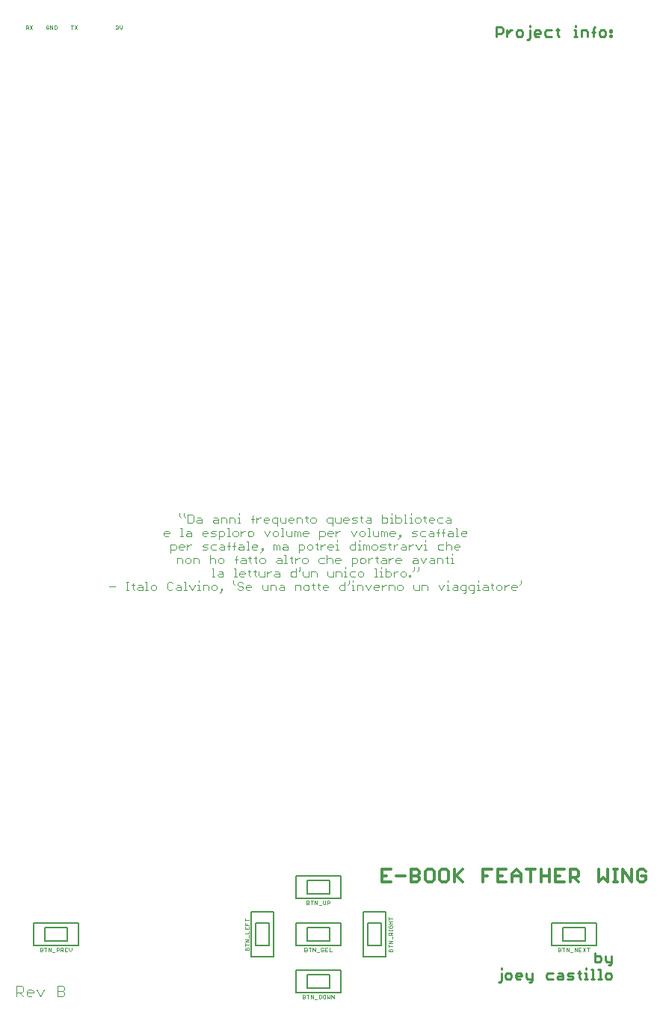
<source format=gbr>
G04 EAGLE Gerber X2 export*
%TF.Part,Single*%
%TF.FileFunction,Legend,Top,1*%
%TF.FilePolarity,Positive*%
%TF.GenerationSoftware,Autodesk,EAGLE,9.1.0*%
%TF.CreationDate,2019-10-14T18:10:00Z*%
G75*
%MOMM*%
%FSLAX34Y34*%
%LPD*%
%AMOC8*
5,1,8,0,0,1.08239X$1,22.5*%
G01*
%ADD10C,0.101600*%
%ADD11C,0.330200*%
%ADD12C,0.228600*%
%ADD13C,0.076200*%
%ADD14C,0.127000*%


D10*
X370418Y5588D02*
X370418Y9655D01*
X372451Y9655D01*
X373129Y8978D01*
X373129Y8300D01*
X372451Y7622D01*
X373129Y6944D01*
X373129Y6266D01*
X372451Y5588D01*
X370418Y5588D01*
X370418Y7622D02*
X372451Y7622D01*
X376451Y9655D02*
X376451Y5588D01*
X375095Y9655D02*
X377807Y9655D01*
X379773Y9655D02*
X379773Y5588D01*
X382484Y5588D02*
X379773Y9655D01*
X382484Y9655D02*
X382484Y5588D01*
X384450Y4910D02*
X387162Y4910D01*
X389128Y5588D02*
X389128Y9655D01*
X389128Y5588D02*
X391162Y5588D01*
X391840Y6266D01*
X391840Y8978D01*
X391162Y9655D01*
X389128Y9655D01*
X394484Y9655D02*
X395839Y9655D01*
X394484Y9655D02*
X393806Y8978D01*
X393806Y6266D01*
X394484Y5588D01*
X395839Y5588D01*
X396517Y6266D01*
X396517Y8978D01*
X395839Y9655D01*
X398483Y9655D02*
X398483Y5588D01*
X399839Y6944D01*
X401195Y5588D01*
X401195Y9655D01*
X403161Y9655D02*
X403161Y5588D01*
X405872Y5588D02*
X403161Y9655D01*
X405872Y9655D02*
X405872Y5588D01*
X372756Y58928D02*
X372756Y62995D01*
X374790Y62995D01*
X375468Y62318D01*
X375468Y61640D01*
X374790Y60962D01*
X375468Y60284D01*
X375468Y59606D01*
X374790Y58928D01*
X372756Y58928D01*
X372756Y60962D02*
X374790Y60962D01*
X378790Y62995D02*
X378790Y58928D01*
X377434Y62995D02*
X380146Y62995D01*
X382112Y62995D02*
X382112Y58928D01*
X384823Y58928D02*
X382112Y62995D01*
X384823Y62995D02*
X384823Y58928D01*
X386789Y58250D02*
X389501Y58250D01*
X394178Y62318D02*
X393501Y62995D01*
X392145Y62995D01*
X391467Y62318D01*
X391467Y61640D01*
X392145Y60962D01*
X393501Y60962D01*
X394178Y60284D01*
X394178Y59606D01*
X393501Y58928D01*
X392145Y58928D01*
X391467Y59606D01*
X396144Y62995D02*
X398856Y62995D01*
X396144Y62995D02*
X396144Y58928D01*
X398856Y58928D01*
X397500Y60962D02*
X396144Y60962D01*
X400822Y62995D02*
X400822Y58928D01*
X403534Y58928D01*
X375095Y112268D02*
X375095Y116335D01*
X377129Y116335D01*
X377807Y115658D01*
X377807Y114980D01*
X377129Y114302D01*
X377807Y113624D01*
X377807Y112946D01*
X377129Y112268D01*
X375095Y112268D01*
X375095Y114302D02*
X377129Y114302D01*
X381129Y116335D02*
X381129Y112268D01*
X382484Y116335D02*
X379773Y116335D01*
X384450Y116335D02*
X384450Y112268D01*
X387162Y112268D02*
X384450Y116335D01*
X387162Y116335D02*
X387162Y112268D01*
X389128Y111590D02*
X391840Y111590D01*
X393806Y112946D02*
X393806Y116335D01*
X393806Y112946D02*
X394484Y112268D01*
X395839Y112268D01*
X396517Y112946D01*
X396517Y116335D01*
X398483Y116335D02*
X398483Y112268D01*
X398483Y116335D02*
X400517Y116335D01*
X401195Y115658D01*
X401195Y114302D01*
X400517Y113624D01*
X398483Y113624D01*
X659978Y62995D02*
X659978Y58928D01*
X659978Y62995D02*
X662011Y62995D01*
X662689Y62318D01*
X662689Y61640D01*
X662011Y60962D01*
X662689Y60284D01*
X662689Y59606D01*
X662011Y58928D01*
X659978Y58928D01*
X659978Y60962D02*
X662011Y60962D01*
X666011Y62995D02*
X666011Y58928D01*
X664655Y62995D02*
X667367Y62995D01*
X669333Y62995D02*
X669333Y58928D01*
X672044Y58928D02*
X669333Y62995D01*
X672044Y62995D02*
X672044Y58928D01*
X674010Y58250D02*
X676722Y58250D01*
X678688Y58928D02*
X678688Y62995D01*
X681400Y58928D01*
X681400Y62995D01*
X683366Y62995D02*
X686077Y62995D01*
X683366Y62995D02*
X683366Y58928D01*
X686077Y58928D01*
X684721Y60962D02*
X683366Y60962D01*
X688043Y62995D02*
X690755Y58928D01*
X688043Y58928D02*
X690755Y62995D01*
X694077Y62995D02*
X694077Y58928D01*
X695432Y62995D02*
X692721Y62995D01*
D11*
X470248Y152031D02*
X460588Y152031D01*
X460588Y137541D01*
X470248Y137541D01*
X465418Y144786D02*
X460588Y144786D01*
X476960Y144786D02*
X486620Y144786D01*
X493331Y137541D02*
X493331Y152031D01*
X500576Y152031D01*
X502991Y149616D01*
X502991Y147201D01*
X500576Y144786D01*
X502991Y142371D01*
X502991Y139956D01*
X500576Y137541D01*
X493331Y137541D01*
X493331Y144786D02*
X500576Y144786D01*
X512118Y152031D02*
X516948Y152031D01*
X512118Y152031D02*
X509703Y149616D01*
X509703Y139956D01*
X512118Y137541D01*
X516948Y137541D01*
X519363Y139956D01*
X519363Y149616D01*
X516948Y152031D01*
X528489Y152031D02*
X533319Y152031D01*
X528489Y152031D02*
X526074Y149616D01*
X526074Y139956D01*
X528489Y137541D01*
X533319Y137541D01*
X535734Y139956D01*
X535734Y149616D01*
X533319Y152031D01*
X542446Y152031D02*
X542446Y137541D01*
X542446Y142371D02*
X552106Y152031D01*
X544861Y144786D02*
X552106Y137541D01*
X575189Y137541D02*
X575189Y152031D01*
X584849Y152031D01*
X580019Y144786D02*
X575189Y144786D01*
X591560Y152031D02*
X601221Y152031D01*
X591560Y152031D02*
X591560Y137541D01*
X601221Y137541D01*
X596391Y144786D02*
X591560Y144786D01*
X607932Y147201D02*
X607932Y137541D01*
X607932Y147201D02*
X612762Y152031D01*
X617592Y147201D01*
X617592Y137541D01*
X617592Y144786D02*
X607932Y144786D01*
X629134Y137541D02*
X629134Y152031D01*
X624304Y152031D02*
X633964Y152031D01*
X640675Y152031D02*
X640675Y137541D01*
X640675Y144786D02*
X650335Y144786D01*
X650335Y152031D02*
X650335Y137541D01*
X657047Y152031D02*
X666707Y152031D01*
X657047Y152031D02*
X657047Y137541D01*
X666707Y137541D01*
X661877Y144786D02*
X657047Y144786D01*
X673418Y137541D02*
X673418Y152031D01*
X680663Y152031D01*
X683079Y149616D01*
X683079Y144786D01*
X680663Y142371D01*
X673418Y142371D01*
X678248Y142371D02*
X683079Y137541D01*
X706161Y137541D02*
X706161Y152031D01*
X710992Y142371D02*
X706161Y137541D01*
X710992Y142371D02*
X715822Y137541D01*
X715822Y152031D01*
X722533Y137541D02*
X727363Y137541D01*
X724948Y137541D02*
X724948Y152031D01*
X722533Y152031D02*
X727363Y152031D01*
X733447Y152031D02*
X733447Y137541D01*
X743108Y137541D02*
X733447Y152031D01*
X743108Y152031D02*
X743108Y137541D01*
X757064Y152031D02*
X759479Y149616D01*
X757064Y152031D02*
X752234Y152031D01*
X749819Y149616D01*
X749819Y139956D01*
X752234Y137541D01*
X757064Y137541D01*
X759479Y139956D01*
X759479Y144786D01*
X754649Y144786D01*
D12*
X701655Y57286D02*
X701655Y46863D01*
X706866Y46863D01*
X708604Y48600D01*
X708604Y52074D01*
X706866Y53812D01*
X701655Y53812D01*
X713349Y53812D02*
X713349Y48600D01*
X715086Y46863D01*
X720298Y46863D01*
X720298Y45126D02*
X720298Y53812D01*
X720298Y45126D02*
X718560Y43389D01*
X716823Y43389D01*
X594248Y24339D02*
X592511Y24339D01*
X594248Y24339D02*
X595985Y26076D01*
X595985Y34762D01*
X595985Y38236D02*
X595985Y39973D01*
X602044Y27813D02*
X605518Y27813D01*
X607256Y29550D01*
X607256Y33024D01*
X605518Y34762D01*
X602044Y34762D01*
X600307Y33024D01*
X600307Y29550D01*
X602044Y27813D01*
X613738Y27813D02*
X617212Y27813D01*
X613738Y27813D02*
X612001Y29550D01*
X612001Y33024D01*
X613738Y34762D01*
X617212Y34762D01*
X618950Y33024D01*
X618950Y31287D01*
X612001Y31287D01*
X623695Y29550D02*
X623695Y34762D01*
X623695Y29550D02*
X625432Y27813D01*
X630644Y27813D01*
X630644Y26076D02*
X630644Y34762D01*
X630644Y26076D02*
X628906Y24339D01*
X627169Y24339D01*
X648820Y34762D02*
X654032Y34762D01*
X648820Y34762D02*
X647083Y33024D01*
X647083Y29550D01*
X648820Y27813D01*
X654032Y27813D01*
X660514Y34762D02*
X663988Y34762D01*
X665725Y33024D01*
X665725Y27813D01*
X660514Y27813D01*
X658777Y29550D01*
X660514Y31287D01*
X665725Y31287D01*
X670471Y27813D02*
X675682Y27813D01*
X677419Y29550D01*
X675682Y31287D01*
X672208Y31287D01*
X670471Y33024D01*
X672208Y34762D01*
X677419Y34762D01*
X683902Y36499D02*
X683902Y29550D01*
X685639Y27813D01*
X685639Y34762D02*
X682165Y34762D01*
X689961Y34762D02*
X691698Y34762D01*
X691698Y27813D01*
X689961Y27813D02*
X693435Y27813D01*
X691698Y38236D02*
X691698Y39973D01*
X697757Y38236D02*
X699494Y38236D01*
X699494Y27813D01*
X697757Y27813D02*
X701231Y27813D01*
X705553Y38236D02*
X707290Y38236D01*
X707290Y27813D01*
X705553Y27813D02*
X709027Y27813D01*
X715086Y27813D02*
X718560Y27813D01*
X720297Y29550D01*
X720297Y33024D01*
X718560Y34762D01*
X715086Y34762D01*
X713349Y33024D01*
X713349Y29550D01*
X715086Y27813D01*
D10*
X73238Y58928D02*
X73238Y62995D01*
X75271Y62995D01*
X75949Y62318D01*
X75949Y61640D01*
X75271Y60962D01*
X75949Y60284D01*
X75949Y59606D01*
X75271Y58928D01*
X73238Y58928D01*
X73238Y60962D02*
X75271Y60962D01*
X79271Y62995D02*
X79271Y58928D01*
X77915Y62995D02*
X80627Y62995D01*
X82593Y62995D02*
X82593Y58928D01*
X85304Y58928D02*
X82593Y62995D01*
X85304Y62995D02*
X85304Y58928D01*
X87270Y58250D02*
X89982Y58250D01*
X91948Y58928D02*
X91948Y62995D01*
X93982Y62995D01*
X94660Y62318D01*
X94660Y60962D01*
X93982Y60284D01*
X91948Y60284D01*
X96626Y58928D02*
X96626Y62995D01*
X98659Y62995D01*
X99337Y62318D01*
X99337Y60962D01*
X98659Y60284D01*
X96626Y60284D01*
X97981Y60284D02*
X99337Y58928D01*
X101303Y62995D02*
X104015Y62995D01*
X101303Y62995D02*
X101303Y58928D01*
X104015Y58928D01*
X102659Y60962D02*
X101303Y60962D01*
X105981Y60284D02*
X105981Y62995D01*
X105981Y60284D02*
X107337Y58928D01*
X108692Y60284D01*
X108692Y62995D01*
X467865Y58978D02*
X471932Y58978D01*
X467865Y58978D02*
X467865Y61012D01*
X468542Y61690D01*
X469220Y61690D01*
X469898Y61012D01*
X470576Y61690D01*
X471254Y61690D01*
X471932Y61012D01*
X471932Y58978D01*
X469898Y58978D02*
X469898Y61012D01*
X467865Y65012D02*
X471932Y65012D01*
X467865Y63656D02*
X467865Y66368D01*
X467865Y68334D02*
X471932Y68334D01*
X471932Y71045D02*
X467865Y68334D01*
X467865Y71045D02*
X471932Y71045D01*
X472610Y73011D02*
X472610Y75723D01*
X471932Y77689D02*
X467865Y77689D01*
X467865Y79723D01*
X468542Y80400D01*
X469898Y80400D01*
X470576Y79723D01*
X470576Y77689D01*
X470576Y79045D02*
X471932Y80400D01*
X471932Y82366D02*
X471932Y83722D01*
X471932Y83044D02*
X467865Y83044D01*
X467865Y82366D02*
X467865Y83722D01*
X467865Y87519D02*
X468542Y88196D01*
X467865Y87519D02*
X467865Y86163D01*
X468542Y85485D01*
X471254Y85485D01*
X471932Y86163D01*
X471932Y87519D01*
X471254Y88196D01*
X469898Y88196D01*
X469898Y86841D01*
X467865Y90162D02*
X471932Y90162D01*
X469898Y90162D02*
X469898Y92874D01*
X467865Y92874D02*
X471932Y92874D01*
X471932Y96196D02*
X467865Y96196D01*
X467865Y94840D02*
X467865Y97552D01*
X309372Y60538D02*
X305305Y60538D01*
X305305Y62571D01*
X305982Y63249D01*
X306660Y63249D01*
X307338Y62571D01*
X308016Y63249D01*
X308694Y63249D01*
X309372Y62571D01*
X309372Y60538D01*
X307338Y60538D02*
X307338Y62571D01*
X305305Y66571D02*
X309372Y66571D01*
X305305Y65215D02*
X305305Y67927D01*
X305305Y69893D02*
X309372Y69893D01*
X309372Y72604D02*
X305305Y69893D01*
X305305Y72604D02*
X309372Y72604D01*
X310050Y74570D02*
X310050Y77282D01*
X309372Y79248D02*
X305305Y79248D01*
X309372Y79248D02*
X309372Y81960D01*
X305305Y83926D02*
X305305Y86637D01*
X305305Y83926D02*
X309372Y83926D01*
X309372Y86637D01*
X307338Y85281D02*
X307338Y83926D01*
X305305Y88603D02*
X309372Y88603D01*
X305305Y88603D02*
X305305Y91315D01*
X307338Y89959D02*
X307338Y88603D01*
X309372Y94637D02*
X305305Y94637D01*
X305305Y95992D02*
X305305Y93281D01*
D13*
X231321Y551779D02*
X231321Y554915D01*
X231321Y551779D02*
X232888Y550212D01*
X235998Y551779D02*
X235998Y554915D01*
X235998Y551779D02*
X237566Y550212D01*
X240676Y553347D02*
X240676Y543941D01*
X245379Y543941D01*
X246947Y545509D01*
X246947Y551779D01*
X245379Y553347D01*
X240676Y553347D01*
X251599Y550212D02*
X254734Y550212D01*
X256302Y548644D01*
X256302Y543941D01*
X251599Y543941D01*
X250031Y545509D01*
X251599Y547076D01*
X256302Y547076D01*
X270309Y550212D02*
X273444Y550212D01*
X275012Y548644D01*
X275012Y543941D01*
X270309Y543941D01*
X268741Y545509D01*
X270309Y547076D01*
X275012Y547076D01*
X278097Y543941D02*
X278097Y550212D01*
X282800Y550212D01*
X284367Y548644D01*
X284367Y543941D01*
X287452Y543941D02*
X287452Y550212D01*
X292155Y550212D01*
X293723Y548644D01*
X293723Y543941D01*
X296807Y550212D02*
X298375Y550212D01*
X298375Y543941D01*
X299942Y543941D02*
X296807Y543941D01*
X298375Y553347D02*
X298375Y554915D01*
X313967Y551779D02*
X313967Y543941D01*
X313967Y551779D02*
X315534Y553347D01*
X315534Y548644D02*
X312399Y548644D01*
X318636Y550212D02*
X318636Y543941D01*
X318636Y547076D02*
X321771Y550212D01*
X323339Y550212D01*
X327999Y543941D02*
X331135Y543941D01*
X327999Y543941D02*
X326432Y545509D01*
X326432Y548644D01*
X327999Y550212D01*
X331135Y550212D01*
X332702Y548644D01*
X332702Y547076D01*
X326432Y547076D01*
X342058Y550212D02*
X342058Y540806D01*
X342058Y550212D02*
X337355Y550212D01*
X335787Y548644D01*
X335787Y545509D01*
X337355Y543941D01*
X342058Y543941D01*
X345142Y545509D02*
X345142Y550212D01*
X345142Y545509D02*
X346710Y543941D01*
X351413Y543941D01*
X351413Y550212D01*
X356065Y543941D02*
X359200Y543941D01*
X356065Y543941D02*
X354497Y545509D01*
X354497Y548644D01*
X356065Y550212D01*
X359200Y550212D01*
X360768Y548644D01*
X360768Y547076D01*
X354497Y547076D01*
X363852Y543941D02*
X363852Y550212D01*
X368555Y550212D01*
X370123Y548644D01*
X370123Y543941D01*
X374775Y545509D02*
X374775Y551779D01*
X374775Y545509D02*
X376343Y543941D01*
X376343Y550212D02*
X373208Y550212D01*
X381012Y543941D02*
X384147Y543941D01*
X385715Y545509D01*
X385715Y548644D01*
X384147Y550212D01*
X381012Y550212D01*
X379444Y548644D01*
X379444Y545509D01*
X381012Y543941D01*
X404426Y540806D02*
X404426Y550212D01*
X399722Y550212D01*
X398155Y548644D01*
X398155Y545509D01*
X399722Y543941D01*
X404426Y543941D01*
X407510Y545509D02*
X407510Y550212D01*
X407510Y545509D02*
X409078Y543941D01*
X413781Y543941D01*
X413781Y550212D01*
X418433Y543941D02*
X421568Y543941D01*
X418433Y543941D02*
X416865Y545509D01*
X416865Y548644D01*
X418433Y550212D01*
X421568Y550212D01*
X423136Y548644D01*
X423136Y547076D01*
X416865Y547076D01*
X426220Y543941D02*
X430923Y543941D01*
X432491Y545509D01*
X430923Y547076D01*
X427788Y547076D01*
X426220Y548644D01*
X427788Y550212D01*
X432491Y550212D01*
X437143Y551779D02*
X437143Y545509D01*
X438711Y543941D01*
X438711Y550212D02*
X435576Y550212D01*
X443380Y550212D02*
X446515Y550212D01*
X448083Y548644D01*
X448083Y543941D01*
X443380Y543941D01*
X441812Y545509D01*
X443380Y547076D01*
X448083Y547076D01*
X460523Y543941D02*
X460523Y553347D01*
X460523Y543941D02*
X465226Y543941D01*
X466793Y545509D01*
X466793Y548644D01*
X465226Y550212D01*
X460523Y550212D01*
X469878Y550212D02*
X471446Y550212D01*
X471446Y543941D01*
X473013Y543941D02*
X469878Y543941D01*
X471446Y553347D02*
X471446Y554915D01*
X476115Y553347D02*
X476115Y543941D01*
X480818Y543941D01*
X482385Y545509D01*
X482385Y548644D01*
X480818Y550212D01*
X476115Y550212D01*
X485470Y553347D02*
X487038Y553347D01*
X487038Y543941D01*
X488605Y543941D02*
X485470Y543941D01*
X491707Y550212D02*
X493274Y550212D01*
X493274Y543941D01*
X491707Y543941D02*
X494842Y543941D01*
X493274Y553347D02*
X493274Y554915D01*
X499511Y543941D02*
X502646Y543941D01*
X504214Y545509D01*
X504214Y548644D01*
X502646Y550212D01*
X499511Y550212D01*
X497943Y548644D01*
X497943Y545509D01*
X499511Y543941D01*
X508866Y545509D02*
X508866Y551779D01*
X508866Y545509D02*
X510434Y543941D01*
X510434Y550212D02*
X507299Y550212D01*
X515103Y543941D02*
X518238Y543941D01*
X515103Y543941D02*
X513535Y545509D01*
X513535Y548644D01*
X515103Y550212D01*
X518238Y550212D01*
X519806Y548644D01*
X519806Y547076D01*
X513535Y547076D01*
X524458Y550212D02*
X529161Y550212D01*
X524458Y550212D02*
X522891Y548644D01*
X522891Y545509D01*
X524458Y543941D01*
X529161Y543941D01*
X533813Y550212D02*
X536949Y550212D01*
X538516Y548644D01*
X538516Y543941D01*
X533813Y543941D01*
X532246Y545509D01*
X533813Y547076D01*
X538516Y547076D01*
X218093Y528701D02*
X214958Y528701D01*
X213390Y530269D01*
X213390Y533404D01*
X214958Y534972D01*
X218093Y534972D01*
X219661Y533404D01*
X219661Y531836D01*
X213390Y531836D01*
X232100Y538107D02*
X233668Y538107D01*
X233668Y528701D01*
X232100Y528701D02*
X235236Y528701D01*
X239905Y534972D02*
X243040Y534972D01*
X244608Y533404D01*
X244608Y528701D01*
X239905Y528701D01*
X238337Y530269D01*
X239905Y531836D01*
X244608Y531836D01*
X258615Y528701D02*
X261750Y528701D01*
X258615Y528701D02*
X257047Y530269D01*
X257047Y533404D01*
X258615Y534972D01*
X261750Y534972D01*
X263318Y533404D01*
X263318Y531836D01*
X257047Y531836D01*
X266403Y528701D02*
X271106Y528701D01*
X272673Y530269D01*
X271106Y531836D01*
X267970Y531836D01*
X266403Y533404D01*
X267970Y534972D01*
X272673Y534972D01*
X275758Y534972D02*
X275758Y525566D01*
X275758Y534972D02*
X280461Y534972D01*
X282029Y533404D01*
X282029Y530269D01*
X280461Y528701D01*
X275758Y528701D01*
X285113Y538107D02*
X286681Y538107D01*
X286681Y528701D01*
X288248Y528701D02*
X285113Y528701D01*
X292917Y528701D02*
X296053Y528701D01*
X297620Y530269D01*
X297620Y533404D01*
X296053Y534972D01*
X292917Y534972D01*
X291350Y533404D01*
X291350Y530269D01*
X292917Y528701D01*
X300705Y528701D02*
X300705Y534972D01*
X303840Y534972D02*
X300705Y531836D01*
X303840Y534972D02*
X305408Y534972D01*
X310069Y528701D02*
X313204Y528701D01*
X314772Y530269D01*
X314772Y533404D01*
X313204Y534972D01*
X310069Y534972D01*
X308501Y533404D01*
X308501Y530269D01*
X310069Y528701D01*
X327211Y534972D02*
X330347Y528701D01*
X333482Y534972D01*
X338134Y528701D02*
X341270Y528701D01*
X342837Y530269D01*
X342837Y533404D01*
X341270Y534972D01*
X338134Y534972D01*
X336567Y533404D01*
X336567Y530269D01*
X338134Y528701D01*
X345922Y538107D02*
X347489Y538107D01*
X347489Y528701D01*
X345922Y528701D02*
X349057Y528701D01*
X352158Y530269D02*
X352158Y534972D01*
X352158Y530269D02*
X353726Y528701D01*
X358429Y528701D01*
X358429Y534972D01*
X361514Y534972D02*
X361514Y528701D01*
X361514Y534972D02*
X363081Y534972D01*
X364649Y533404D01*
X364649Y528701D01*
X364649Y533404D02*
X366217Y534972D01*
X367784Y533404D01*
X367784Y528701D01*
X372437Y528701D02*
X375572Y528701D01*
X372437Y528701D02*
X370869Y530269D01*
X370869Y533404D01*
X372437Y534972D01*
X375572Y534972D01*
X377140Y533404D01*
X377140Y531836D01*
X370869Y531836D01*
X389579Y534972D02*
X389579Y525566D01*
X389579Y534972D02*
X394282Y534972D01*
X395850Y533404D01*
X395850Y530269D01*
X394282Y528701D01*
X389579Y528701D01*
X400502Y528701D02*
X403637Y528701D01*
X400502Y528701D02*
X398934Y530269D01*
X398934Y533404D01*
X400502Y534972D01*
X403637Y534972D01*
X405205Y533404D01*
X405205Y531836D01*
X398934Y531836D01*
X408290Y528701D02*
X408290Y534972D01*
X411425Y534972D02*
X408290Y531836D01*
X411425Y534972D02*
X412993Y534972D01*
X425441Y534972D02*
X428576Y528701D01*
X431711Y534972D01*
X436364Y528701D02*
X439499Y528701D01*
X441067Y530269D01*
X441067Y533404D01*
X439499Y534972D01*
X436364Y534972D01*
X434796Y533404D01*
X434796Y530269D01*
X436364Y528701D01*
X444151Y538107D02*
X445719Y538107D01*
X445719Y528701D01*
X447286Y528701D02*
X444151Y528701D01*
X450388Y530269D02*
X450388Y534972D01*
X450388Y530269D02*
X451956Y528701D01*
X456659Y528701D01*
X456659Y534972D01*
X459743Y534972D02*
X459743Y528701D01*
X459743Y534972D02*
X461311Y534972D01*
X462878Y533404D01*
X462878Y528701D01*
X462878Y533404D02*
X464446Y534972D01*
X466014Y533404D01*
X466014Y528701D01*
X470666Y528701D02*
X473801Y528701D01*
X470666Y528701D02*
X469098Y530269D01*
X469098Y533404D01*
X470666Y534972D01*
X473801Y534972D01*
X475369Y533404D01*
X475369Y531836D01*
X469098Y531836D01*
X478453Y525566D02*
X481589Y528701D01*
X481589Y530269D01*
X480021Y530269D01*
X480021Y528701D01*
X481589Y528701D01*
X494045Y528701D02*
X498748Y528701D01*
X500316Y530269D01*
X498748Y531836D01*
X495613Y531836D01*
X494045Y533404D01*
X495613Y534972D01*
X500316Y534972D01*
X504968Y534972D02*
X509671Y534972D01*
X504968Y534972D02*
X503401Y533404D01*
X503401Y530269D01*
X504968Y528701D01*
X509671Y528701D01*
X514323Y534972D02*
X517459Y534972D01*
X519027Y533404D01*
X519027Y528701D01*
X514323Y528701D01*
X512756Y530269D01*
X514323Y531836D01*
X519027Y531836D01*
X523679Y528701D02*
X523679Y536539D01*
X525246Y538107D01*
X525246Y533404D02*
X522111Y533404D01*
X529915Y536539D02*
X529915Y528701D01*
X529915Y536539D02*
X531483Y538107D01*
X531483Y533404D02*
X528348Y533404D01*
X536152Y534972D02*
X539288Y534972D01*
X540855Y533404D01*
X540855Y528701D01*
X536152Y528701D01*
X534585Y530269D01*
X536152Y531836D01*
X540855Y531836D01*
X543940Y538107D02*
X545507Y538107D01*
X545507Y528701D01*
X543940Y528701D02*
X547075Y528701D01*
X551744Y528701D02*
X554880Y528701D01*
X551744Y528701D02*
X550177Y530269D01*
X550177Y533404D01*
X551744Y534972D01*
X554880Y534972D01*
X556447Y533404D01*
X556447Y531836D01*
X550177Y531836D01*
X221186Y519732D02*
X221186Y510326D01*
X221186Y519732D02*
X225889Y519732D01*
X227457Y518164D01*
X227457Y515029D01*
X225889Y513461D01*
X221186Y513461D01*
X232109Y513461D02*
X235244Y513461D01*
X232109Y513461D02*
X230541Y515029D01*
X230541Y518164D01*
X232109Y519732D01*
X235244Y519732D01*
X236812Y518164D01*
X236812Y516596D01*
X230541Y516596D01*
X239896Y513461D02*
X239896Y519732D01*
X239896Y516596D02*
X243032Y519732D01*
X244599Y519732D01*
X257047Y513461D02*
X261750Y513461D01*
X263318Y515029D01*
X261750Y516596D01*
X258615Y516596D01*
X257047Y518164D01*
X258615Y519732D01*
X263318Y519732D01*
X267970Y519732D02*
X272673Y519732D01*
X267970Y519732D02*
X266403Y518164D01*
X266403Y515029D01*
X267970Y513461D01*
X272673Y513461D01*
X277325Y519732D02*
X280461Y519732D01*
X282028Y518164D01*
X282028Y513461D01*
X277325Y513461D01*
X275758Y515029D01*
X277325Y516596D01*
X282028Y516596D01*
X286681Y513461D02*
X286681Y521299D01*
X288248Y522867D01*
X288248Y518164D02*
X285113Y518164D01*
X292917Y521299D02*
X292917Y513461D01*
X292917Y521299D02*
X294485Y522867D01*
X294485Y518164D02*
X291350Y518164D01*
X299154Y519732D02*
X302290Y519732D01*
X303857Y518164D01*
X303857Y513461D01*
X299154Y513461D01*
X297587Y515029D01*
X299154Y516596D01*
X303857Y516596D01*
X306942Y522867D02*
X308509Y522867D01*
X308509Y513461D01*
X306942Y513461D02*
X310077Y513461D01*
X314746Y513461D02*
X317882Y513461D01*
X314746Y513461D02*
X313179Y515029D01*
X313179Y518164D01*
X314746Y519732D01*
X317882Y519732D01*
X319449Y518164D01*
X319449Y516596D01*
X313179Y516596D01*
X322534Y510326D02*
X325669Y513461D01*
X325669Y515029D01*
X324101Y515029D01*
X324101Y513461D01*
X325669Y513461D01*
X338126Y513461D02*
X338126Y519732D01*
X339693Y519732D01*
X341261Y518164D01*
X341261Y513461D01*
X341261Y518164D02*
X342829Y519732D01*
X344396Y518164D01*
X344396Y513461D01*
X349049Y519732D02*
X352184Y519732D01*
X353752Y518164D01*
X353752Y513461D01*
X349049Y513461D01*
X347481Y515029D01*
X349049Y516596D01*
X353752Y516596D01*
X366191Y519732D02*
X366191Y510326D01*
X366191Y519732D02*
X370894Y519732D01*
X372462Y518164D01*
X372462Y515029D01*
X370894Y513461D01*
X366191Y513461D01*
X377114Y513461D02*
X380249Y513461D01*
X381817Y515029D01*
X381817Y518164D01*
X380249Y519732D01*
X377114Y519732D01*
X375546Y518164D01*
X375546Y515029D01*
X377114Y513461D01*
X386469Y515029D02*
X386469Y521299D01*
X386469Y515029D02*
X388037Y513461D01*
X388037Y519732D02*
X384902Y519732D01*
X391138Y519732D02*
X391138Y513461D01*
X391138Y516596D02*
X394274Y519732D01*
X395841Y519732D01*
X400502Y513461D02*
X403637Y513461D01*
X400502Y513461D02*
X398934Y515029D01*
X398934Y518164D01*
X400502Y519732D01*
X403637Y519732D01*
X405205Y518164D01*
X405205Y516596D01*
X398934Y516596D01*
X408290Y519732D02*
X409857Y519732D01*
X409857Y513461D01*
X408290Y513461D02*
X411425Y513461D01*
X409857Y522867D02*
X409857Y524435D01*
X430152Y522867D02*
X430152Y513461D01*
X425449Y513461D01*
X423882Y515029D01*
X423882Y518164D01*
X425449Y519732D01*
X430152Y519732D01*
X433237Y519732D02*
X434804Y519732D01*
X434804Y513461D01*
X433237Y513461D02*
X436372Y513461D01*
X434804Y522867D02*
X434804Y524435D01*
X439473Y519732D02*
X439473Y513461D01*
X439473Y519732D02*
X441041Y519732D01*
X442609Y518164D01*
X442609Y513461D01*
X442609Y518164D02*
X444176Y519732D01*
X445744Y518164D01*
X445744Y513461D01*
X450396Y513461D02*
X453532Y513461D01*
X455099Y515029D01*
X455099Y518164D01*
X453532Y519732D01*
X450396Y519732D01*
X448829Y518164D01*
X448829Y515029D01*
X450396Y513461D01*
X458184Y513461D02*
X462887Y513461D01*
X464455Y515029D01*
X462887Y516596D01*
X459752Y516596D01*
X458184Y518164D01*
X459752Y519732D01*
X464455Y519732D01*
X469107Y521299D02*
X469107Y515029D01*
X470674Y513461D01*
X470674Y519732D02*
X467539Y519732D01*
X473776Y519732D02*
X473776Y513461D01*
X473776Y516596D02*
X476911Y519732D01*
X478479Y519732D01*
X483139Y519732D02*
X486275Y519732D01*
X487842Y518164D01*
X487842Y513461D01*
X483139Y513461D01*
X481572Y515029D01*
X483139Y516596D01*
X487842Y516596D01*
X490927Y513461D02*
X490927Y519732D01*
X494062Y519732D02*
X490927Y516596D01*
X494062Y519732D02*
X495630Y519732D01*
X498723Y519732D02*
X501858Y513461D01*
X504994Y519732D01*
X508078Y519732D02*
X509646Y519732D01*
X509646Y513461D01*
X511213Y513461D02*
X508078Y513461D01*
X509646Y522867D02*
X509646Y524435D01*
X525238Y519732D02*
X529941Y519732D01*
X525238Y519732D02*
X523670Y518164D01*
X523670Y515029D01*
X525238Y513461D01*
X529941Y513461D01*
X533025Y513461D02*
X533025Y522867D01*
X534593Y519732D02*
X533025Y518164D01*
X534593Y519732D02*
X537728Y519732D01*
X539296Y518164D01*
X539296Y513461D01*
X543948Y513461D02*
X547083Y513461D01*
X543948Y513461D02*
X542380Y515029D01*
X542380Y518164D01*
X543948Y519732D01*
X547083Y519732D01*
X548651Y518164D01*
X548651Y516596D01*
X542380Y516596D01*
X228202Y504492D02*
X228202Y498221D01*
X228202Y504492D02*
X232905Y504492D01*
X234473Y502924D01*
X234473Y498221D01*
X239125Y498221D02*
X242260Y498221D01*
X243828Y499789D01*
X243828Y502924D01*
X242260Y504492D01*
X239125Y504492D01*
X237557Y502924D01*
X237557Y499789D01*
X239125Y498221D01*
X246913Y498221D02*
X246913Y504492D01*
X251616Y504492D01*
X253183Y502924D01*
X253183Y498221D01*
X265623Y498221D02*
X265623Y507627D01*
X267191Y504492D02*
X265623Y502924D01*
X267191Y504492D02*
X270326Y504492D01*
X271894Y502924D01*
X271894Y498221D01*
X276546Y498221D02*
X279681Y498221D01*
X281249Y499789D01*
X281249Y502924D01*
X279681Y504492D01*
X276546Y504492D01*
X274978Y502924D01*
X274978Y499789D01*
X276546Y498221D01*
X295256Y498221D02*
X295256Y506059D01*
X296824Y507627D01*
X296824Y502924D02*
X293689Y502924D01*
X301493Y504492D02*
X304628Y504492D01*
X306196Y502924D01*
X306196Y498221D01*
X301493Y498221D01*
X299925Y499789D01*
X301493Y501356D01*
X306196Y501356D01*
X310848Y499789D02*
X310848Y506059D01*
X310848Y499789D02*
X312416Y498221D01*
X312416Y504492D02*
X309281Y504492D01*
X317085Y506059D02*
X317085Y499789D01*
X318653Y498221D01*
X318653Y504492D02*
X315517Y504492D01*
X323322Y498221D02*
X326457Y498221D01*
X328025Y499789D01*
X328025Y502924D01*
X326457Y504492D01*
X323322Y504492D01*
X321754Y502924D01*
X321754Y499789D01*
X323322Y498221D01*
X342032Y504492D02*
X345168Y504492D01*
X346735Y502924D01*
X346735Y498221D01*
X342032Y498221D01*
X340465Y499789D01*
X342032Y501356D01*
X346735Y501356D01*
X349820Y507627D02*
X351387Y507627D01*
X351387Y498221D01*
X349820Y498221D02*
X352955Y498221D01*
X357624Y499789D02*
X357624Y506059D01*
X357624Y499789D02*
X359192Y498221D01*
X359192Y504492D02*
X356056Y504492D01*
X362293Y504492D02*
X362293Y498221D01*
X362293Y501356D02*
X365429Y504492D01*
X366996Y504492D01*
X371657Y498221D02*
X374792Y498221D01*
X376360Y499789D01*
X376360Y502924D01*
X374792Y504492D01*
X371657Y504492D01*
X370089Y502924D01*
X370089Y499789D01*
X371657Y498221D01*
X390367Y504492D02*
X395070Y504492D01*
X390367Y504492D02*
X388800Y502924D01*
X388800Y499789D01*
X390367Y498221D01*
X395070Y498221D01*
X398155Y498221D02*
X398155Y507627D01*
X399722Y504492D02*
X398155Y502924D01*
X399722Y504492D02*
X402858Y504492D01*
X404425Y502924D01*
X404425Y498221D01*
X409078Y498221D02*
X412213Y498221D01*
X409078Y498221D02*
X407510Y499789D01*
X407510Y502924D01*
X409078Y504492D01*
X412213Y504492D01*
X413781Y502924D01*
X413781Y501356D01*
X407510Y501356D01*
X426220Y504492D02*
X426220Y495086D01*
X426220Y504492D02*
X430923Y504492D01*
X432491Y502924D01*
X432491Y499789D01*
X430923Y498221D01*
X426220Y498221D01*
X437143Y498221D02*
X440279Y498221D01*
X441846Y499789D01*
X441846Y502924D01*
X440279Y504492D01*
X437143Y504492D01*
X435576Y502924D01*
X435576Y499789D01*
X437143Y498221D01*
X444931Y498221D02*
X444931Y504492D01*
X448066Y504492D02*
X444931Y501356D01*
X448066Y504492D02*
X449634Y504492D01*
X454294Y506059D02*
X454294Y499789D01*
X455862Y498221D01*
X455862Y504492D02*
X452727Y504492D01*
X460531Y504492D02*
X463666Y504492D01*
X465234Y502924D01*
X465234Y498221D01*
X460531Y498221D01*
X458963Y499789D01*
X460531Y501356D01*
X465234Y501356D01*
X468319Y498221D02*
X468319Y504492D01*
X471454Y504492D02*
X468319Y501356D01*
X471454Y504492D02*
X473022Y504492D01*
X477682Y498221D02*
X480818Y498221D01*
X477682Y498221D02*
X476115Y499789D01*
X476115Y502924D01*
X477682Y504492D01*
X480818Y504492D01*
X482385Y502924D01*
X482385Y501356D01*
X476115Y501356D01*
X496393Y504492D02*
X499528Y504492D01*
X501096Y502924D01*
X501096Y498221D01*
X496393Y498221D01*
X494825Y499789D01*
X496393Y501356D01*
X501096Y501356D01*
X504180Y504492D02*
X507316Y498221D01*
X510451Y504492D01*
X515103Y504492D02*
X518238Y504492D01*
X519806Y502924D01*
X519806Y498221D01*
X515103Y498221D01*
X513535Y499789D01*
X515103Y501356D01*
X519806Y501356D01*
X522891Y498221D02*
X522891Y504492D01*
X527594Y504492D01*
X529161Y502924D01*
X529161Y498221D01*
X533813Y499789D02*
X533813Y506059D01*
X533813Y499789D02*
X535381Y498221D01*
X535381Y504492D02*
X532246Y504492D01*
X538483Y504492D02*
X540050Y504492D01*
X540050Y498221D01*
X538483Y498221D02*
X541618Y498221D01*
X540050Y507627D02*
X540050Y509195D01*
X269530Y492387D02*
X267962Y492387D01*
X269530Y492387D02*
X269530Y482981D01*
X271097Y482981D02*
X267962Y482981D01*
X275766Y489252D02*
X278902Y489252D01*
X280469Y487684D01*
X280469Y482981D01*
X275766Y482981D01*
X274199Y484549D01*
X275766Y486116D01*
X280469Y486116D01*
X292909Y492387D02*
X294477Y492387D01*
X294477Y482981D01*
X296044Y482981D02*
X292909Y482981D01*
X300713Y482981D02*
X303849Y482981D01*
X300713Y482981D02*
X299146Y484549D01*
X299146Y487684D01*
X300713Y489252D01*
X303849Y489252D01*
X305417Y487684D01*
X305417Y486116D01*
X299146Y486116D01*
X310069Y484549D02*
X310069Y490819D01*
X310069Y484549D02*
X311636Y482981D01*
X311636Y489252D02*
X308501Y489252D01*
X316305Y490819D02*
X316305Y484549D01*
X317873Y482981D01*
X317873Y489252D02*
X314738Y489252D01*
X320975Y489252D02*
X320975Y484549D01*
X322542Y482981D01*
X327245Y482981D01*
X327245Y489252D01*
X330330Y489252D02*
X330330Y482981D01*
X330330Y486116D02*
X333465Y489252D01*
X335033Y489252D01*
X339693Y489252D02*
X342829Y489252D01*
X344396Y487684D01*
X344396Y482981D01*
X339693Y482981D01*
X338126Y484549D01*
X339693Y486116D01*
X344396Y486116D01*
X363107Y482981D02*
X363107Y492387D01*
X363107Y482981D02*
X358404Y482981D01*
X356836Y484549D01*
X356836Y487684D01*
X358404Y489252D01*
X363107Y489252D01*
X367759Y490819D02*
X367759Y493955D01*
X367759Y490819D02*
X366191Y489252D01*
X370869Y489252D02*
X370869Y484549D01*
X372437Y482981D01*
X377140Y482981D01*
X377140Y489252D01*
X380224Y489252D02*
X380224Y482981D01*
X380224Y489252D02*
X384927Y489252D01*
X386495Y487684D01*
X386495Y482981D01*
X398934Y484549D02*
X398934Y489252D01*
X398934Y484549D02*
X400502Y482981D01*
X405205Y482981D01*
X405205Y489252D01*
X408290Y489252D02*
X408290Y482981D01*
X408290Y489252D02*
X412993Y489252D01*
X414560Y487684D01*
X414560Y482981D01*
X417645Y489252D02*
X419212Y489252D01*
X419212Y482981D01*
X417645Y482981D02*
X420780Y482981D01*
X419212Y492387D02*
X419212Y493955D01*
X425449Y489252D02*
X430152Y489252D01*
X425449Y489252D02*
X423882Y487684D01*
X423882Y484549D01*
X425449Y482981D01*
X430152Y482981D01*
X434804Y482981D02*
X437940Y482981D01*
X439507Y484549D01*
X439507Y487684D01*
X437940Y489252D01*
X434804Y489252D01*
X433237Y487684D01*
X433237Y484549D01*
X434804Y482981D01*
X451947Y492387D02*
X453515Y492387D01*
X453515Y482981D01*
X451947Y482981D02*
X455083Y482981D01*
X458184Y489252D02*
X459752Y489252D01*
X459752Y482981D01*
X461319Y482981D02*
X458184Y482981D01*
X459752Y492387D02*
X459752Y493955D01*
X464421Y492387D02*
X464421Y482981D01*
X469124Y482981D01*
X470691Y484549D01*
X470691Y487684D01*
X469124Y489252D01*
X464421Y489252D01*
X473776Y489252D02*
X473776Y482981D01*
X473776Y486116D02*
X476911Y489252D01*
X478479Y489252D01*
X483140Y482981D02*
X486275Y482981D01*
X487843Y484549D01*
X487843Y487684D01*
X486275Y489252D01*
X483140Y489252D01*
X481572Y487684D01*
X481572Y484549D01*
X483140Y482981D01*
X490927Y482981D02*
X490927Y484549D01*
X492495Y484549D01*
X492495Y482981D01*
X490927Y482981D01*
X497172Y490819D02*
X497172Y493955D01*
X497172Y490819D02*
X495605Y489252D01*
X501850Y490819D02*
X501850Y493955D01*
X501850Y490819D02*
X500282Y489252D01*
X158072Y472444D02*
X151802Y472444D01*
X170512Y467741D02*
X173647Y467741D01*
X172080Y467741D02*
X172080Y477147D01*
X173647Y477147D02*
X170512Y477147D01*
X178316Y475579D02*
X178316Y469309D01*
X179884Y467741D01*
X179884Y474012D02*
X176749Y474012D01*
X184553Y474012D02*
X187688Y474012D01*
X189256Y472444D01*
X189256Y467741D01*
X184553Y467741D01*
X182985Y469309D01*
X184553Y470876D01*
X189256Y470876D01*
X192341Y477147D02*
X193908Y477147D01*
X193908Y467741D01*
X192341Y467741D02*
X195476Y467741D01*
X200145Y467741D02*
X203280Y467741D01*
X204848Y469309D01*
X204848Y472444D01*
X203280Y474012D01*
X200145Y474012D01*
X198577Y472444D01*
X198577Y469309D01*
X200145Y467741D01*
X221991Y477147D02*
X223559Y475579D01*
X221991Y477147D02*
X218855Y477147D01*
X217288Y475579D01*
X217288Y469309D01*
X218855Y467741D01*
X221991Y467741D01*
X223559Y469309D01*
X228211Y474012D02*
X231346Y474012D01*
X232914Y472444D01*
X232914Y467741D01*
X228211Y467741D01*
X226643Y469309D01*
X228211Y470876D01*
X232914Y470876D01*
X235998Y477147D02*
X237566Y477147D01*
X237566Y467741D01*
X235998Y467741D02*
X239134Y467741D01*
X245370Y467741D02*
X242235Y474012D01*
X248506Y474012D02*
X245370Y467741D01*
X251590Y474012D02*
X253158Y474012D01*
X253158Y467741D01*
X251590Y467741D02*
X254726Y467741D01*
X253158Y477147D02*
X253158Y478715D01*
X257827Y474012D02*
X257827Y467741D01*
X257827Y474012D02*
X262530Y474012D01*
X264098Y472444D01*
X264098Y467741D01*
X268750Y467741D02*
X271885Y467741D01*
X273453Y469309D01*
X273453Y472444D01*
X271885Y474012D01*
X268750Y474012D01*
X267182Y472444D01*
X267182Y469309D01*
X268750Y467741D01*
X276537Y464606D02*
X279673Y467741D01*
X279673Y469309D01*
X278105Y469309D01*
X278105Y467741D01*
X279673Y467741D01*
X292129Y475579D02*
X292129Y478715D01*
X292129Y475579D02*
X293697Y474012D01*
X301510Y477147D02*
X303078Y475579D01*
X301510Y477147D02*
X298375Y477147D01*
X296807Y475579D01*
X296807Y474012D01*
X298375Y472444D01*
X301510Y472444D01*
X303078Y470876D01*
X303078Y469309D01*
X301510Y467741D01*
X298375Y467741D01*
X296807Y469309D01*
X307730Y467741D02*
X310865Y467741D01*
X307730Y467741D02*
X306162Y469309D01*
X306162Y472444D01*
X307730Y474012D01*
X310865Y474012D01*
X312433Y472444D01*
X312433Y470876D01*
X306162Y470876D01*
X324872Y469309D02*
X324872Y474012D01*
X324872Y469309D02*
X326440Y467741D01*
X331143Y467741D01*
X331143Y474012D01*
X334228Y474012D02*
X334228Y467741D01*
X334228Y474012D02*
X338931Y474012D01*
X340498Y472444D01*
X340498Y467741D01*
X345150Y474012D02*
X348286Y474012D01*
X349854Y472444D01*
X349854Y467741D01*
X345150Y467741D01*
X343583Y469309D01*
X345150Y470876D01*
X349854Y470876D01*
X362293Y467741D02*
X362293Y474012D01*
X366996Y474012D01*
X368564Y472444D01*
X368564Y467741D01*
X373216Y467741D02*
X376351Y467741D01*
X377919Y469309D01*
X377919Y472444D01*
X376351Y474012D01*
X373216Y474012D01*
X371648Y472444D01*
X371648Y469309D01*
X373216Y467741D01*
X382571Y469309D02*
X382571Y475579D01*
X382571Y469309D02*
X384139Y467741D01*
X384139Y474012D02*
X381004Y474012D01*
X388808Y475579D02*
X388808Y469309D01*
X390376Y467741D01*
X390376Y474012D02*
X387240Y474012D01*
X395045Y467741D02*
X398180Y467741D01*
X395045Y467741D02*
X393477Y469309D01*
X393477Y472444D01*
X395045Y474012D01*
X398180Y474012D01*
X399748Y472444D01*
X399748Y470876D01*
X393477Y470876D01*
X418458Y467741D02*
X418458Y477147D01*
X418458Y467741D02*
X413755Y467741D01*
X412188Y469309D01*
X412188Y472444D01*
X413755Y474012D01*
X418458Y474012D01*
X423110Y475579D02*
X423110Y478715D01*
X423110Y475579D02*
X421543Y474012D01*
X426220Y474012D02*
X427788Y474012D01*
X427788Y467741D01*
X426220Y467741D02*
X429356Y467741D01*
X427788Y477147D02*
X427788Y478715D01*
X432457Y474012D02*
X432457Y467741D01*
X432457Y474012D02*
X437160Y474012D01*
X438728Y472444D01*
X438728Y467741D01*
X444948Y467741D02*
X441812Y474012D01*
X448083Y474012D02*
X444948Y467741D01*
X452735Y467741D02*
X455870Y467741D01*
X452735Y467741D02*
X451167Y469309D01*
X451167Y472444D01*
X452735Y474012D01*
X455870Y474012D01*
X457438Y472444D01*
X457438Y470876D01*
X451167Y470876D01*
X460523Y467741D02*
X460523Y474012D01*
X463658Y474012D02*
X460523Y470876D01*
X463658Y474012D02*
X465226Y474012D01*
X468319Y474012D02*
X468319Y467741D01*
X468319Y474012D02*
X473022Y474012D01*
X474589Y472444D01*
X474589Y467741D01*
X479241Y467741D02*
X482377Y467741D01*
X483944Y469309D01*
X483944Y472444D01*
X482377Y474012D01*
X479241Y474012D01*
X477674Y472444D01*
X477674Y469309D01*
X479241Y467741D01*
X496384Y469309D02*
X496384Y474012D01*
X496384Y469309D02*
X497952Y467741D01*
X502655Y467741D01*
X502655Y474012D01*
X505739Y474012D02*
X505739Y467741D01*
X505739Y474012D02*
X510442Y474012D01*
X512010Y472444D01*
X512010Y467741D01*
X524450Y474012D02*
X527585Y467741D01*
X530720Y474012D01*
X533805Y474012D02*
X535373Y474012D01*
X535373Y467741D01*
X536940Y467741D02*
X533805Y467741D01*
X535373Y477147D02*
X535373Y478715D01*
X541609Y474012D02*
X544745Y474012D01*
X546312Y472444D01*
X546312Y467741D01*
X541609Y467741D01*
X540042Y469309D01*
X541609Y470876D01*
X546312Y470876D01*
X552532Y464606D02*
X554100Y464606D01*
X555668Y466173D01*
X555668Y474012D01*
X550965Y474012D01*
X549397Y472444D01*
X549397Y469309D01*
X550965Y467741D01*
X555668Y467741D01*
X561887Y464606D02*
X563455Y464606D01*
X565023Y466173D01*
X565023Y474012D01*
X560320Y474012D01*
X558752Y472444D01*
X558752Y469309D01*
X560320Y467741D01*
X565023Y467741D01*
X568107Y474012D02*
X569675Y474012D01*
X569675Y467741D01*
X568107Y467741D02*
X571243Y467741D01*
X569675Y477147D02*
X569675Y478715D01*
X575912Y474012D02*
X579047Y474012D01*
X580615Y472444D01*
X580615Y467741D01*
X575912Y467741D01*
X574344Y469309D01*
X575912Y470876D01*
X580615Y470876D01*
X585267Y469309D02*
X585267Y475579D01*
X585267Y469309D02*
X586835Y467741D01*
X586835Y474012D02*
X583699Y474012D01*
X591504Y467741D02*
X594639Y467741D01*
X596207Y469309D01*
X596207Y472444D01*
X594639Y474012D01*
X591504Y474012D01*
X589936Y472444D01*
X589936Y469309D01*
X591504Y467741D01*
X599291Y467741D02*
X599291Y474012D01*
X599291Y470876D02*
X602427Y474012D01*
X603994Y474012D01*
X608655Y467741D02*
X611790Y467741D01*
X608655Y467741D02*
X607087Y469309D01*
X607087Y472444D01*
X608655Y474012D01*
X611790Y474012D01*
X613358Y472444D01*
X613358Y470876D01*
X607087Y470876D01*
X618010Y475579D02*
X618010Y478715D01*
X618010Y475579D02*
X616442Y474012D01*
D10*
X46228Y19822D02*
X46228Y8128D01*
X46228Y19822D02*
X52075Y19822D01*
X54024Y17873D01*
X54024Y13975D01*
X52075Y12026D01*
X46228Y12026D01*
X50126Y12026D02*
X54024Y8128D01*
X59871Y8128D02*
X63769Y8128D01*
X59871Y8128D02*
X57922Y10077D01*
X57922Y13975D01*
X59871Y15924D01*
X63769Y15924D01*
X65718Y13975D01*
X65718Y12026D01*
X57922Y12026D01*
X69616Y15924D02*
X73514Y8128D01*
X77412Y15924D01*
X93004Y19822D02*
X93004Y8128D01*
X93004Y19822D02*
X98851Y19822D01*
X100800Y17873D01*
X100800Y15924D01*
X98851Y13975D01*
X100800Y12026D01*
X100800Y10077D01*
X98851Y8128D01*
X93004Y8128D01*
X93004Y13975D02*
X98851Y13975D01*
X82817Y1106258D02*
X82139Y1106935D01*
X80784Y1106935D01*
X80106Y1106258D01*
X80106Y1103546D01*
X80784Y1102868D01*
X82139Y1102868D01*
X82817Y1103546D01*
X82817Y1104902D01*
X81461Y1104902D01*
X84783Y1106935D02*
X84783Y1102868D01*
X87495Y1102868D02*
X84783Y1106935D01*
X87495Y1106935D02*
X87495Y1102868D01*
X89461Y1102868D02*
X89461Y1106935D01*
X89461Y1102868D02*
X91495Y1102868D01*
X92172Y1103546D01*
X92172Y1106258D01*
X91495Y1106935D01*
X89461Y1106935D01*
X57044Y1106935D02*
X57044Y1102868D01*
X57044Y1106935D02*
X59078Y1106935D01*
X59756Y1106258D01*
X59756Y1104902D01*
X59078Y1104224D01*
X57044Y1104224D01*
X58400Y1104224D02*
X59756Y1102868D01*
X61722Y1106935D02*
X64434Y1102868D01*
X61722Y1102868D02*
X64434Y1106935D01*
X109200Y1106935D02*
X109200Y1102868D01*
X107844Y1106935D02*
X110556Y1106935D01*
X112522Y1106935D02*
X115234Y1102868D01*
X112522Y1102868D02*
X115234Y1106935D01*
X158644Y1106258D02*
X159322Y1106935D01*
X160678Y1106935D01*
X161356Y1106258D01*
X161356Y1105580D01*
X160678Y1104902D01*
X160000Y1104902D01*
X160678Y1104902D02*
X161356Y1104224D01*
X161356Y1103546D01*
X160678Y1102868D01*
X159322Y1102868D01*
X158644Y1103546D01*
X163322Y1104224D02*
X163322Y1106935D01*
X163322Y1104224D02*
X164678Y1102868D01*
X166034Y1104224D01*
X166034Y1106935D01*
D12*
X589977Y1105354D02*
X589977Y1094296D01*
X589977Y1105354D02*
X595507Y1105354D01*
X597350Y1103511D01*
X597350Y1099825D01*
X595507Y1097982D01*
X589977Y1097982D01*
X602256Y1094296D02*
X602256Y1101668D01*
X602256Y1097982D02*
X605942Y1101668D01*
X607785Y1101668D01*
X614331Y1094296D02*
X618018Y1094296D01*
X619861Y1096139D01*
X619861Y1099825D01*
X618018Y1101668D01*
X614331Y1101668D01*
X612488Y1099825D01*
X612488Y1096139D01*
X614331Y1094296D01*
X624767Y1090609D02*
X626610Y1090609D01*
X628453Y1092452D01*
X628453Y1101668D01*
X628453Y1105354D02*
X628453Y1107197D01*
X634796Y1094296D02*
X638482Y1094296D01*
X634796Y1094296D02*
X632953Y1096139D01*
X632953Y1099825D01*
X634796Y1101668D01*
X638482Y1101668D01*
X640325Y1099825D01*
X640325Y1097982D01*
X632953Y1097982D01*
X647075Y1101668D02*
X652604Y1101668D01*
X647075Y1101668D02*
X645231Y1099825D01*
X645231Y1096139D01*
X647075Y1094296D01*
X652604Y1094296D01*
X659353Y1096139D02*
X659353Y1103511D01*
X659353Y1096139D02*
X661196Y1094296D01*
X661196Y1101668D02*
X657510Y1101668D01*
X677975Y1101668D02*
X679818Y1101668D01*
X679818Y1094296D01*
X677975Y1094296D02*
X681661Y1094296D01*
X679818Y1105354D02*
X679818Y1107197D01*
X686160Y1101668D02*
X686160Y1094296D01*
X686160Y1101668D02*
X691690Y1101668D01*
X693533Y1099825D01*
X693533Y1094296D01*
X700282Y1094296D02*
X700282Y1103511D01*
X702125Y1105354D01*
X702125Y1099825D02*
X698439Y1099825D01*
X708468Y1094296D02*
X712154Y1094296D01*
X713997Y1096139D01*
X713997Y1099825D01*
X712154Y1101668D01*
X708468Y1101668D01*
X706625Y1099825D01*
X706625Y1096139D01*
X708468Y1094296D01*
X718904Y1101668D02*
X720747Y1101668D01*
X720747Y1099825D01*
X718904Y1099825D01*
X718904Y1101668D01*
X718904Y1096139D02*
X720747Y1096139D01*
X720747Y1094296D01*
X718904Y1094296D01*
X718904Y1096139D01*
D14*
X414020Y119380D02*
X363220Y119380D01*
X363220Y144780D01*
X414020Y144780D01*
X414020Y119380D01*
X401320Y124460D02*
X375920Y124460D01*
X375920Y139700D02*
X401320Y139700D01*
X401320Y124460D01*
X375920Y124460D02*
X375920Y139700D01*
X652780Y66040D02*
X703580Y66040D01*
X652780Y66040D02*
X652780Y91440D01*
X703580Y91440D01*
X703580Y66040D01*
X690880Y71120D02*
X665480Y71120D01*
X665480Y86360D02*
X690880Y86360D01*
X690880Y71120D01*
X665480Y71120D02*
X665480Y86360D01*
X414020Y12700D02*
X363220Y12700D01*
X363220Y38100D01*
X414020Y38100D01*
X414020Y12700D01*
X401320Y17780D02*
X375920Y17780D01*
X375920Y33020D02*
X401320Y33020D01*
X401320Y17780D01*
X375920Y17780D02*
X375920Y33020D01*
X363220Y66040D02*
X414020Y66040D01*
X363220Y66040D02*
X363220Y91440D01*
X414020Y91440D01*
X414020Y66040D01*
X401320Y71120D02*
X375920Y71120D01*
X375920Y86360D02*
X401320Y86360D01*
X401320Y71120D01*
X375920Y71120D02*
X375920Y86360D01*
X116840Y91440D02*
X66040Y91440D01*
X116840Y91440D02*
X116840Y66040D01*
X66040Y66040D01*
X66040Y91440D01*
X78740Y86360D02*
X104140Y86360D01*
X104140Y71120D02*
X78740Y71120D01*
X78740Y86360D01*
X104140Y86360D02*
X104140Y71120D01*
X464820Y53340D02*
X464820Y104140D01*
X464820Y53340D02*
X439420Y53340D01*
X439420Y104140D01*
X464820Y104140D01*
X459740Y91440D02*
X459740Y66040D01*
X444500Y66040D02*
X444500Y91440D01*
X459740Y91440D01*
X459740Y66040D02*
X444500Y66040D01*
X312420Y53340D02*
X312420Y104140D01*
X337820Y104140D01*
X337820Y53340D01*
X312420Y53340D01*
X317500Y66040D02*
X317500Y91440D01*
X332740Y91440D02*
X332740Y66040D01*
X317500Y66040D01*
X317500Y91440D02*
X332740Y91440D01*
M02*

</source>
